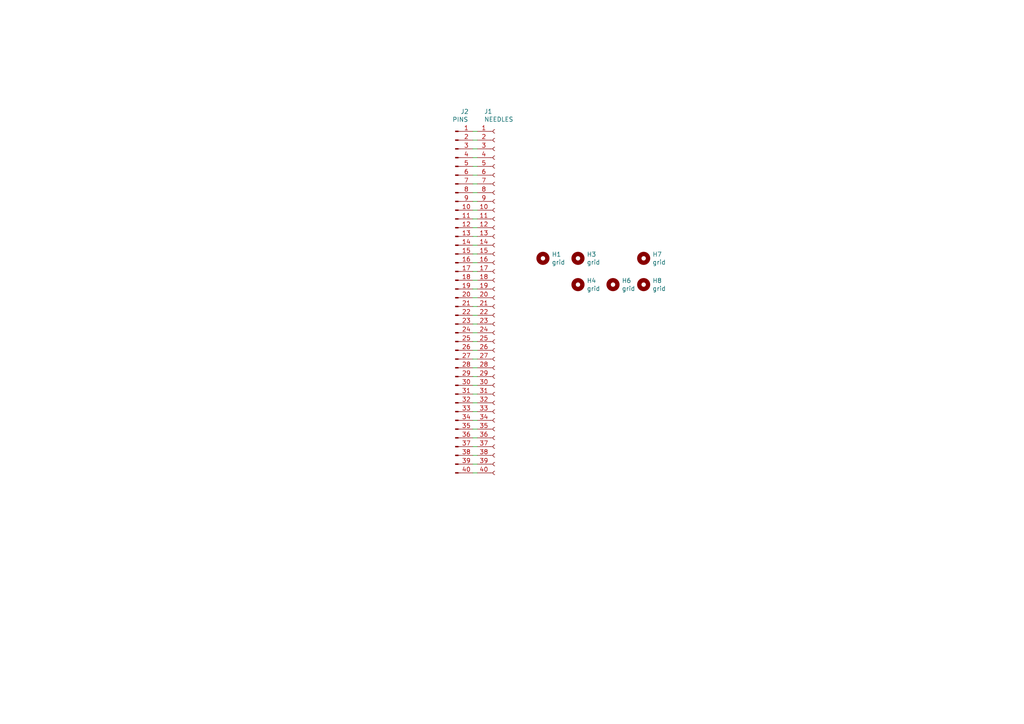
<source format=kicad_sch>
(kicad_sch (version 20201015) (generator eeschema)
  (paper "A4")
  (lib_symbols
    (symbol "Connector:Conn_01x40_Female" (pin_names (offset 1.016) hide)
      (property "Reference" "J" (at 0 50.8 0))
      (property "Value" "Conn_01x40_Female" (at 0 -53.34 0))
      (symbol "Conn_01x40_Female_1_1"
        (arc (start 0 -50.292) (end 0 -51.308) (radius (at 0 -50.8) (length 0.508) (angles 90.1 -90.1)) (stroke (width 0.1524)))
        (arc (start 0 -47.752) (end 0 -48.768) (radius (at 0 -48.26) (length 0.508) (angles 90.1 -90.1)) (stroke (width 0.1524)))
        (arc (start 0 -45.212) (end 0 -46.228) (radius (at 0 -45.72) (length 0.508) (angles 90.1 -90.1)) (stroke (width 0.1524)))
        (arc (start 0 -42.672) (end 0 -43.688) (radius (at 0 -43.18) (length 0.508) (angles 90.1 -90.1)) (stroke (width 0.1524)))
        (arc (start 0 -40.132) (end 0 -41.148) (radius (at 0 -40.64) (length 0.508) (angles 90.1 -90.1)) (stroke (width 0.1524)))
        (arc (start 0 -37.592) (end 0 -38.608) (radius (at 0 -38.1) (length 0.508) (angles 90.1 -90.1)) (stroke (width 0.1524)))
        (arc (start 0 -35.052) (end 0 -36.068) (radius (at 0 -35.56) (length 0.508) (angles 90.1 -90.1)) (stroke (width 0.1524)))
        (arc (start 0 -32.512) (end 0 -33.528) (radius (at 0 -33.02) (length 0.508) (angles 90.1 -90.1)) (stroke (width 0.1524)))
        (arc (start 0 -29.972) (end 0 -30.988) (radius (at 0 -30.48) (length 0.508) (angles 90.1 -90.1)) (stroke (width 0.1524)))
        (arc (start 0 -27.432) (end 0 -28.448) (radius (at 0 -27.94) (length 0.508) (angles 90.1 -90.1)) (stroke (width 0.1524)))
        (arc (start 0 -24.892) (end 0 -25.908) (radius (at 0 -25.4) (length 0.508) (angles 90.1 -90.1)) (stroke (width 0.1524)))
        (arc (start 0 -22.352) (end 0 -23.368) (radius (at 0 -22.86) (length 0.508) (angles 90.1 -90.1)) (stroke (width 0.1524)))
        (arc (start 0 -19.812) (end 0 -20.828) (radius (at 0 -20.32) (length 0.508) (angles 90.1 -90.1)) (stroke (width 0.1524)))
        (arc (start 0 -17.272) (end 0 -18.288) (radius (at 0 -17.78) (length 0.508) (angles 90.1 -90.1)) (stroke (width 0.1524)))
        (arc (start 0 -14.732) (end 0 -15.748) (radius (at 0 -15.24) (length 0.508) (angles 90.1 -90.1)) (stroke (width 0.1524)))
        (arc (start 0 -12.192) (end 0 -13.208) (radius (at 0 -12.7) (length 0.508) (angles 90.1 -90.1)) (stroke (width 0.1524)))
        (arc (start 0 -9.652) (end 0 -10.668) (radius (at 0 -10.16) (length 0.508) (angles 90.1 -90.1)) (stroke (width 0.1524)))
        (arc (start 0 -7.112) (end 0 -8.128) (radius (at 0 -7.62) (length 0.508) (angles 90.1 -90.1)) (stroke (width 0.1524)))
        (arc (start 0 -4.572) (end 0 -5.588) (radius (at 0 -5.08) (length 0.508) (angles 90.1 -90.1)) (stroke (width 0.1524)))
        (arc (start 0 -2.032) (end 0 -3.048) (radius (at 0 -2.54) (length 0.508) (angles 90.1 -90.1)) (stroke (width 0.1524)))
        (arc (start 0 0.508) (end 0 -0.508) (radius (at 0 0) (length 0.508) (angles 90.1 -90.1)) (stroke (width 0.1524)))
        (arc (start 0 3.048) (end 0 2.032) (radius (at 0 2.54) (length 0.508) (angles 90.1 -90.1)) (stroke (width 0.1524)))
        (arc (start 0 5.588) (end 0 4.572) (radius (at 0 5.08) (length 0.508) (angles 90.1 -90.1)) (stroke (width 0.1524)))
        (arc (start 0 8.128) (end 0 7.112) (radius (at 0 7.62) (length 0.508) (angles 90.1 -90.1)) (stroke (width 0.1524)))
        (arc (start 0 10.668) (end 0 9.652) (radius (at 0 10.16) (length 0.508) (angles 90.1 -90.1)) (stroke (width 0.1524)))
        (arc (start 0 13.208) (end 0 12.192) (radius (at 0 12.7) (length 0.508) (angles 90.1 -90.1)) (stroke (width 0.1524)))
        (arc (start 0 15.748) (end 0 14.732) (radius (at 0 15.24) (length 0.508) (angles 90.1 -90.1)) (stroke (width 0.1524)))
        (arc (start 0 18.288) (end 0 17.272) (radius (at 0 17.78) (length 0.508) (angles 90.1 -90.1)) (stroke (width 0.1524)))
        (arc (start 0 20.828) (end 0 19.812) (radius (at 0 20.32) (length 0.508) (angles 90.1 -90.1)) (stroke (width 0.1524)))
        (arc (start 0 23.368) (end 0 22.352) (radius (at 0 22.86) (length 0.508) (angles 90.1 -90.1)) (stroke (width 0.1524)))
        (arc (start 0 25.908) (end 0 24.892) (radius (at 0 25.4) (length 0.508) (angles 90.1 -90.1)) (stroke (width 0.1524)))
        (arc (start 0 28.448) (end 0 27.432) (radius (at 0 27.94) (length 0.508) (angles 90.1 -90.1)) (stroke (width 0.1524)))
        (arc (start 0 30.988) (end 0 29.972) (radius (at 0 30.48) (length 0.508) (angles 90.1 -90.1)) (stroke (width 0.1524)))
        (arc (start 0 33.528) (end 0 32.512) (radius (at 0 33.02) (length 0.508) (angles 90.1 -90.1)) (stroke (width 0.1524)))
        (arc (start 0 36.068) (end 0 35.052) (radius (at 0 35.56) (length 0.508) (angles 90.1 -90.1)) (stroke (width 0.1524)))
        (arc (start 0 38.608) (end 0 37.592) (radius (at 0 38.1) (length 0.508) (angles 90.1 -90.1)) (stroke (width 0.1524)))
        (arc (start 0 41.148) (end 0 40.132) (radius (at 0 40.64) (length 0.508) (angles 90.1 -90.1)) (stroke (width 0.1524)))
        (arc (start 0 43.688) (end 0 42.672) (radius (at 0 43.18) (length 0.508) (angles 90.1 -90.1)) (stroke (width 0.1524)))
        (arc (start 0 46.228) (end 0 45.212) (radius (at 0 45.72) (length 0.508) (angles 90.1 -90.1)) (stroke (width 0.1524)))
        (arc (start 0 48.768) (end 0 47.752) (radius (at 0 48.26) (length 0.508) (angles 90.1 -90.1)) (stroke (width 0.1524)))
        (polyline (pts (xy -1.27 -50.8) (xy -0.508 -50.8)) (stroke (width 0.1524)))
        (polyline (pts (xy -1.27 -48.26) (xy -0.508 -48.26)) (stroke (width 0.1524)))
        (polyline (pts (xy -1.27 -45.72) (xy -0.508 -45.72)) (stroke (width 0.1524)))
        (polyline (pts (xy -1.27 -43.18) (xy -0.508 -43.18)) (stroke (width 0.1524)))
        (polyline (pts (xy -1.27 -40.64) (xy -0.508 -40.64)) (stroke (width 0.1524)))
        (polyline (pts (xy -1.27 -38.1) (xy -0.508 -38.1)) (stroke (width 0.1524)))
        (polyline (pts (xy -1.27 -35.56) (xy -0.508 -35.56)) (stroke (width 0.1524)))
        (polyline (pts (xy -1.27 -33.02) (xy -0.508 -33.02)) (stroke (width 0.1524)))
        (polyline (pts (xy -1.27 -30.48) (xy -0.508 -30.48)) (stroke (width 0.1524)))
        (polyline (pts (xy -1.27 -27.94) (xy -0.508 -27.94)) (stroke (width 0.1524)))
        (polyline (pts (xy -1.27 -25.4) (xy -0.508 -25.4)) (stroke (width 0.1524)))
        (polyline (pts (xy -1.27 -22.86) (xy -0.508 -22.86)) (stroke (width 0.1524)))
        (polyline (pts (xy -1.27 -20.32) (xy -0.508 -20.32)) (stroke (width 0.1524)))
        (polyline (pts (xy -1.27 -17.78) (xy -0.508 -17.78)) (stroke (width 0.1524)))
        (polyline (pts (xy -1.27 -15.24) (xy -0.508 -15.24)) (stroke (width 0.1524)))
        (polyline (pts (xy -1.27 -12.7) (xy -0.508 -12.7)) (stroke (width 0.1524)))
        (polyline (pts (xy -1.27 -10.16) (xy -0.508 -10.16)) (stroke (width 0.1524)))
        (polyline (pts (xy -1.27 -7.62) (xy -0.508 -7.62)) (stroke (width 0.1524)))
        (polyline (pts (xy -1.27 -5.08) (xy -0.508 -5.08)) (stroke (width 0.1524)))
        (polyline (pts (xy -1.27 -2.54) (xy -0.508 -2.54)) (stroke (width 0.1524)))
        (polyline (pts (xy -1.27 0) (xy -0.508 0)) (stroke (width 0.1524)))
        (polyline (pts (xy -1.27 2.54) (xy -0.508 2.54)) (stroke (width 0.1524)))
        (polyline (pts (xy -1.27 5.08) (xy -0.508 5.08)) (stroke (width 0.1524)))
        (polyline (pts (xy -1.27 7.62) (xy -0.508 7.62)) (stroke (width 0.1524)))
        (polyline (pts (xy -1.27 10.16) (xy -0.508 10.16)) (stroke (width 0.1524)))
        (polyline (pts (xy -1.27 12.7) (xy -0.508 12.7)) (stroke (width 0.1524)))
        (polyline (pts (xy -1.27 15.24) (xy -0.508 15.24)) (stroke (width 0.1524)))
        (polyline (pts (xy -1.27 17.78) (xy -0.508 17.78)) (stroke (width 0.1524)))
        (polyline (pts (xy -1.27 20.32) (xy -0.508 20.32)) (stroke (width 0.1524)))
        (polyline (pts (xy -1.27 22.86) (xy -0.508 22.86)) (stroke (width 0.1524)))
        (polyline (pts (xy -1.27 25.4) (xy -0.508 25.4)) (stroke (width 0.1524)))
        (polyline (pts (xy -1.27 27.94) (xy -0.508 27.94)) (stroke (width 0.1524)))
        (polyline (pts (xy -1.27 30.48) (xy -0.508 30.48)) (stroke (width 0.1524)))
        (polyline (pts (xy -1.27 33.02) (xy -0.508 33.02)) (stroke (width 0.1524)))
        (polyline (pts (xy -1.27 35.56) (xy -0.508 35.56)) (stroke (width 0.1524)))
        (polyline (pts (xy -1.27 38.1) (xy -0.508 38.1)) (stroke (width 0.1524)))
        (polyline (pts (xy -1.27 40.64) (xy -0.508 40.64)) (stroke (width 0.1524)))
        (polyline (pts (xy -1.27 43.18) (xy -0.508 43.18)) (stroke (width 0.1524)))
        (polyline (pts (xy -1.27 45.72) (xy -0.508 45.72)) (stroke (width 0.1524)))
        (polyline (pts (xy -1.27 48.26) (xy -0.508 48.26)) (stroke (width 0.1524)))
        (pin passive line (at -5.08 48.26 0) (length 3.81) (name "Pin_1") (number "1"))
        (pin passive line (at -5.08 25.4 0) (length 3.81) (name "Pin_10") (number "10"))
        (pin passive line (at -5.08 22.86 0) (length 3.81) (name "Pin_11") (number "11"))
        (pin passive line (at -5.08 20.32 0) (length 3.81) (name "Pin_12") (number "12"))
        (pin passive line (at -5.08 17.78 0) (length 3.81) (name "Pin_13") (number "13"))
        (pin passive line (at -5.08 15.24 0) (length 3.81) (name "Pin_14") (number "14"))
        (pin passive line (at -5.08 12.7 0) (length 3.81) (name "Pin_15") (number "15"))
        (pin passive line (at -5.08 10.16 0) (length 3.81) (name "Pin_16") (number "16"))
        (pin passive line (at -5.08 7.62 0) (length 3.81) (name "Pin_17") (number "17"))
        (pin passive line (at -5.08 5.08 0) (length 3.81) (name "Pin_18") (number "18"))
        (pin passive line (at -5.08 2.54 0) (length 3.81) (name "Pin_19") (number "19"))
        (pin passive line (at -5.08 45.72 0) (length 3.81) (name "Pin_2") (number "2"))
        (pin passive line (at -5.08 0 0) (length 3.81) (name "Pin_20") (number "20"))
        (pin passive line (at -5.08 -2.54 0) (length 3.81) (name "Pin_21") (number "21"))
        (pin passive line (at -5.08 -5.08 0) (length 3.81) (name "Pin_22") (number "22"))
        (pin passive line (at -5.08 -7.62 0) (length 3.81) (name "Pin_23") (number "23"))
        (pin passive line (at -5.08 -10.16 0) (length 3.81) (name "Pin_24") (number "24"))
        (pin passive line (at -5.08 -12.7 0) (length 3.81) (name "Pin_25") (number "25"))
        (pin passive line (at -5.08 -15.24 0) (length 3.81) (name "Pin_26") (number "26"))
        (pin passive line (at -5.08 -17.78 0) (length 3.81) (name "Pin_27") (number "27"))
        (pin passive line (at -5.08 -20.32 0) (length 3.81) (name "Pin_28") (number "28"))
        (pin passive line (at -5.08 -22.86 0) (length 3.81) (name "Pin_29") (number "29"))
        (pin passive line (at -5.08 43.18 0) (length 3.81) (name "Pin_3") (number "3"))
        (pin passive line (at -5.08 -25.4 0) (length 3.81) (name "Pin_30") (number "30"))
        (pin passive line (at -5.08 -27.94 0) (length 3.81) (name "Pin_31") (number "31"))
        (pin passive line (at -5.08 -30.48 0) (length 3.81) (name "Pin_32") (number "32"))
        (pin passive line (at -5.08 -33.02 0) (length 3.81) (name "Pin_33") (number "33"))
        (pin passive line (at -5.08 -35.56 0) (length 3.81) (name "Pin_34") (number "34"))
        (pin passive line (at -5.08 -38.1 0) (length 3.81) (name "Pin_35") (number "35"))
        (pin passive line (at -5.08 -40.64 0) (length 3.81) (name "Pin_36") (number "36"))
        (pin passive line (at -5.08 -43.18 0) (length 3.81) (name "Pin_37") (number "37"))
        (pin passive line (at -5.08 -45.72 0) (length 3.81) (name "Pin_38") (number "38"))
        (pin passive line (at -5.08 -48.26 0) (length 3.81) (name "Pin_39") (number "39"))
        (pin passive line (at -5.08 40.64 0) (length 3.81) (name "Pin_4") (number "4"))
        (pin passive line (at -5.08 -50.8 0) (length 3.81) (name "Pin_40") (number "40"))
        (pin passive line (at -5.08 38.1 0) (length 3.81) (name "Pin_5") (number "5"))
        (pin passive line (at -5.08 35.56 0) (length 3.81) (name "Pin_6") (number "6"))
        (pin passive line (at -5.08 33.02 0) (length 3.81) (name "Pin_7") (number "7"))
        (pin passive line (at -5.08 30.48 0) (length 3.81) (name "Pin_8") (number "8"))
        (pin passive line (at -5.08 27.94 0) (length 3.81) (name "Pin_9") (number "9"))
      )
    )
    (symbol "Connector:Conn_01x40_Male" (pin_names (offset 1.016) hide)
      (property "Reference" "J" (at 0 50.8 0))
      (property "Value" "Conn_01x40_Male" (at 0 -53.34 0))
      (symbol "Conn_01x40_Male_1_1"
        (rectangle (start 0.8636 -50.673) (end 0 -50.927) (stroke (width 0.1524)) (fill (type outline)))
        (rectangle (start 0.8636 -48.133) (end 0 -48.387) (stroke (width 0.1524)) (fill (type outline)))
        (rectangle (start 0.8636 -45.593) (end 0 -45.847) (stroke (width 0.1524)) (fill (type outline)))
        (rectangle (start 0.8636 -43.053) (end 0 -43.307) (stroke (width 0.1524)) (fill (type outline)))
        (rectangle (start 0.8636 -40.513) (end 0 -40.767) (stroke (width 0.1524)) (fill (type outline)))
        (rectangle (start 0.8636 -37.973) (end 0 -38.227) (stroke (width 0.1524)) (fill (type outline)))
        (rectangle (start 0.8636 -35.433) (end 0 -35.687) (stroke (width 0.1524)) (fill (type outline)))
        (rectangle (start 0.8636 -32.893) (end 0 -33.147) (stroke (width 0.1524)) (fill (type outline)))
        (rectangle (start 0.8636 -30.353) (end 0 -30.607) (stroke (width 0.1524)) (fill (type outline)))
        (rectangle (start 0.8636 -27.813) (end 0 -28.067) (stroke (width 0.1524)) (fill (type outline)))
        (rectangle (start 0.8636 -25.273) (end 0 -25.527) (stroke (width 0.1524)) (fill (type outline)))
        (rectangle (start 0.8636 -22.733) (end 0 -22.987) (stroke (width 0.1524)) (fill (type outline)))
        (rectangle (start 0.8636 -20.193) (end 0 -20.447) (stroke (width 0.1524)) (fill (type outline)))
        (rectangle (start 0.8636 -17.653) (end 0 -17.907) (stroke (width 0.1524)) (fill (type outline)))
        (rectangle (start 0.8636 -15.113) (end 0 -15.367) (stroke (width 0.1524)) (fill (type outline)))
        (rectangle (start 0.8636 -12.573) (end 0 -12.827) (stroke (width 0.1524)) (fill (type outline)))
        (rectangle (start 0.8636 -10.033) (end 0 -10.287) (stroke (width 0.1524)) (fill (type outline)))
        (rectangle (start 0.8636 -7.493) (end 0 -7.747) (stroke (width 0.1524)) (fill (type outline)))
        (rectangle (start 0.8636 -4.953) (end 0 -5.207) (stroke (width 0.1524)) (fill (type outline)))
        (rectangle (start 0.8636 -2.413) (end 0 -2.667) (stroke (width 0.1524)) (fill (type outline)))
        (rectangle (start 0.8636 0.127) (end 0 -0.127) (stroke (width 0.1524)) (fill (type outline)))
        (rectangle (start 0.8636 2.667) (end 0 2.413) (stroke (width 0.1524)) (fill (type outline)))
        (rectangle (start 0.8636 5.207) (end 0 4.953) (stroke (width 0.1524)) (fill (type outline)))
        (rectangle (start 0.8636 7.747) (end 0 7.493) (stroke (width 0.1524)) (fill (type outline)))
        (rectangle (start 0.8636 10.287) (end 0 10.033) (stroke (width 0.1524)) (fill (type outline)))
        (rectangle (start 0.8636 12.827) (end 0 12.573) (stroke (width 0.1524)) (fill (type outline)))
        (rectangle (start 0.8636 15.367) (end 0 15.113) (stroke (width 0.1524)) (fill (type outline)))
        (rectangle (start 0.8636 17.907) (end 0 17.653) (stroke (width 0.1524)) (fill (type outline)))
        (rectangle (start 0.8636 20.447) (end 0 20.193) (stroke (width 0.1524)) (fill (type outline)))
        (rectangle (start 0.8636 22.987) (end 0 22.733) (stroke (width 0.1524)) (fill (type outline)))
        (rectangle (start 0.8636 25.527) (end 0 25.273) (stroke (width 0.1524)) (fill (type outline)))
        (rectangle (start 0.8636 28.067) (end 0 27.813) (stroke (width 0.1524)) (fill (type outline)))
        (rectangle (start 0.8636 30.607) (end 0 30.353) (stroke (width 0.1524)) (fill (type outline)))
        (rectangle (start 0.8636 33.147) (end 0 32.893) (stroke (width 0.1524)) (fill (type outline)))
        (rectangle (start 0.8636 35.687) (end 0 35.433) (stroke (width 0.1524)) (fill (type outline)))
        (rectangle (start 0.8636 38.227) (end 0 37.973) (stroke (width 0.1524)) (fill (type outline)))
        (rectangle (start 0.8636 40.767) (end 0 40.513) (stroke (width 0.1524)) (fill (type outline)))
        (rectangle (start 0.8636 43.307) (end 0 43.053) (stroke (width 0.1524)) (fill (type outline)))
        (rectangle (start 0.8636 45.847) (end 0 45.593) (stroke (width 0.1524)) (fill (type outline)))
        (rectangle (start 0.8636 48.387) (end 0 48.133) (stroke (width 0.1524)) (fill (type outline)))
        (polyline (pts (xy 1.27 -50.8) (xy 0.8636 -50.8)) (stroke (width 0.1524)))
        (polyline (pts (xy 1.27 -48.26) (xy 0.8636 -48.26)) (stroke (width 0.1524)))
        (polyline (pts (xy 1.27 -45.72) (xy 0.8636 -45.72)) (stroke (width 0.1524)))
        (polyline (pts (xy 1.27 -43.18) (xy 0.8636 -43.18)) (stroke (width 0.1524)))
        (polyline (pts (xy 1.27 -40.64) (xy 0.8636 -40.64)) (stroke (width 0.1524)))
        (polyline (pts (xy 1.27 -38.1) (xy 0.8636 -38.1)) (stroke (width 0.1524)))
        (polyline (pts (xy 1.27 -35.56) (xy 0.8636 -35.56)) (stroke (width 0.1524)))
        (polyline (pts (xy 1.27 -33.02) (xy 0.8636 -33.02)) (stroke (width 0.1524)))
        (polyline (pts (xy 1.27 -30.48) (xy 0.8636 -30.48)) (stroke (width 0.1524)))
        (polyline (pts (xy 1.27 -27.94) (xy 0.8636 -27.94)) (stroke (width 0.1524)))
        (polyline (pts (xy 1.27 -25.4) (xy 0.8636 -25.4)) (stroke (width 0.1524)))
        (polyline (pts (xy 1.27 -22.86) (xy 0.8636 -22.86)) (stroke (width 0.1524)))
        (polyline (pts (xy 1.27 -20.32) (xy 0.8636 -20.32)) (stroke (width 0.1524)))
        (polyline (pts (xy 1.27 -17.78) (xy 0.8636 -17.78)) (stroke (width 0.1524)))
        (polyline (pts (xy 1.27 -15.24) (xy 0.8636 -15.24)) (stroke (width 0.1524)))
        (polyline (pts (xy 1.27 -12.7) (xy 0.8636 -12.7)) (stroke (width 0.1524)))
        (polyline (pts (xy 1.27 -10.16) (xy 0.8636 -10.16)) (stroke (width 0.1524)))
        (polyline (pts (xy 1.27 -7.62) (xy 0.8636 -7.62)) (stroke (width 0.1524)))
        (polyline (pts (xy 1.27 -5.08) (xy 0.8636 -5.08)) (stroke (width 0.1524)))
        (polyline (pts (xy 1.27 -2.54) (xy 0.8636 -2.54)) (stroke (width 0.1524)))
        (polyline (pts (xy 1.27 0) (xy 0.8636 0)) (stroke (width 0.1524)))
        (polyline (pts (xy 1.27 2.54) (xy 0.8636 2.54)) (stroke (width 0.1524)))
        (polyline (pts (xy 1.27 5.08) (xy 0.8636 5.08)) (stroke (width 0.1524)))
        (polyline (pts (xy 1.27 7.62) (xy 0.8636 7.62)) (stroke (width 0.1524)))
        (polyline (pts (xy 1.27 10.16) (xy 0.8636 10.16)) (stroke (width 0.1524)))
        (polyline (pts (xy 1.27 12.7) (xy 0.8636 12.7)) (stroke (width 0.1524)))
        (polyline (pts (xy 1.27 15.24) (xy 0.8636 15.24)) (stroke (width 0.1524)))
        (polyline (pts (xy 1.27 17.78) (xy 0.8636 17.78)) (stroke (width 0.1524)))
        (polyline (pts (xy 1.27 20.32) (xy 0.8636 20.32)) (stroke (width 0.1524)))
        (polyline (pts (xy 1.27 22.86) (xy 0.8636 22.86)) (stroke (width 0.1524)))
        (polyline (pts (xy 1.27 25.4) (xy 0.8636 25.4)) (stroke (width 0.1524)))
        (polyline (pts (xy 1.27 27.94) (xy 0.8636 27.94)) (stroke (width 0.1524)))
        (polyline (pts (xy 1.27 30.48) (xy 0.8636 30.48)) (stroke (width 0.1524)))
        (polyline (pts (xy 1.27 33.02) (xy 0.8636 33.02)) (stroke (width 0.1524)))
        (polyline (pts (xy 1.27 35.56) (xy 0.8636 35.56)) (stroke (width 0.1524)))
        (polyline (pts (xy 1.27 38.1) (xy 0.8636 38.1)) (stroke (width 0.1524)))
        (polyline (pts (xy 1.27 40.64) (xy 0.8636 40.64)) (stroke (width 0.1524)))
        (polyline (pts (xy 1.27 43.18) (xy 0.8636 43.18)) (stroke (width 0.1524)))
        (polyline (pts (xy 1.27 45.72) (xy 0.8636 45.72)) (stroke (width 0.1524)))
        (polyline (pts (xy 1.27 48.26) (xy 0.8636 48.26)) (stroke (width 0.1524)))
        (pin passive line (at 5.08 48.26 180) (length 3.81) (name "Pin_1") (number "1"))
        (pin passive line (at 5.08 25.4 180) (length 3.81) (name "Pin_10") (number "10"))
        (pin passive line (at 5.08 22.86 180) (length 3.81) (name "Pin_11") (number "11"))
        (pin passive line (at 5.08 20.32 180) (length 3.81) (name "Pin_12") (number "12"))
        (pin passive line (at 5.08 17.78 180) (length 3.81) (name "Pin_13") (number "13"))
        (pin passive line (at 5.08 15.24 180) (length 3.81) (name "Pin_14") (number "14"))
        (pin passive line (at 5.08 12.7 180) (length 3.81) (name "Pin_15") (number "15"))
        (pin passive line (at 5.08 10.16 180) (length 3.81) (name "Pin_16") (number "16"))
        (pin passive line (at 5.08 7.62 180) (length 3.81) (name "Pin_17") (number "17"))
        (pin passive line (at 5.08 5.08 180) (length 3.81) (name "Pin_18") (number "18"))
        (pin passive line (at 5.08 2.54 180) (length 3.81) (name "Pin_19") (number "19"))
        (pin passive line (at 5.08 45.72 180) (length 3.81) (name "Pin_2") (number "2"))
        (pin passive line (at 5.08 0 180) (length 3.81) (name "Pin_20") (number "20"))
        (pin passive line (at 5.08 -2.54 180) (length 3.81) (name "Pin_21") (number "21"))
        (pin passive line (at 5.08 -5.08 180) (length 3.81) (name "Pin_22") (number "22"))
        (pin passive line (at 5.08 -7.62 180) (length 3.81) (name "Pin_23") (number "23"))
        (pin passive line (at 5.08 -10.16 180) (length 3.81) (name "Pin_24") (number "24"))
        (pin passive line (at 5.08 -12.7 180) (length 3.81) (name "Pin_25") (number "25"))
        (pin passive line (at 5.08 -15.24 180) (length 3.81) (name "Pin_26") (number "26"))
        (pin passive line (at 5.08 -17.78 180) (length 3.81) (name "Pin_27") (number "27"))
        (pin passive line (at 5.08 -20.32 180) (length 3.81) (name "Pin_28") (number "28"))
        (pin passive line (at 5.08 -22.86 180) (length 3.81) (name "Pin_29") (number "29"))
        (pin passive line (at 5.08 43.18 180) (length 3.81) (name "Pin_3") (number "3"))
        (pin passive line (at 5.08 -25.4 180) (length 3.81) (name "Pin_30") (number "30"))
        (pin passive line (at 5.08 -27.94 180) (length 3.81) (name "Pin_31") (number "31"))
        (pin passive line (at 5.08 -30.48 180) (length 3.81) (name "Pin_32") (number "32"))
        (pin passive line (at 5.08 -33.02 180) (length 3.81) (name "Pin_33") (number "33"))
        (pin passive line (at 5.08 -35.56 180) (length 3.81) (name "Pin_34") (number "34"))
        (pin passive line (at 5.08 -38.1 180) (length 3.81) (name "Pin_35") (number "35"))
        (pin passive line (at 5.08 -40.64 180) (length 3.81) (name "Pin_36") (number "36"))
        (pin passive line (at 5.08 -43.18 180) (length 3.81) (name "Pin_37") (number "37"))
        (pin passive line (at 5.08 -45.72 180) (length 3.81) (name "Pin_38") (number "38"))
        (pin passive line (at 5.08 -48.26 180) (length 3.81) (name "Pin_39") (number "39"))
        (pin passive line (at 5.08 40.64 180) (length 3.81) (name "Pin_4") (number "4"))
        (pin passive line (at 5.08 -50.8 180) (length 3.81) (name "Pin_40") (number "40"))
        (pin passive line (at 5.08 38.1 180) (length 3.81) (name "Pin_5") (number "5"))
        (pin passive line (at 5.08 35.56 180) (length 3.81) (name "Pin_6") (number "6"))
        (pin passive line (at 5.08 33.02 180) (length 3.81) (name "Pin_7") (number "7"))
        (pin passive line (at 5.08 30.48 180) (length 3.81) (name "Pin_8") (number "8"))
        (pin passive line (at 5.08 27.94 180) (length 3.81) (name "Pin_9") (number "9"))
      )
    )
    (symbol "Mechanical:MountingHole" (pin_names (offset 1.016))
      (property "Reference" "H" (at 0 5.08 0))
      (property "Value" "MountingHole" (at 0 3.175 0))
      (symbol "MountingHole_0_1"
        (circle (center 0 0) (radius 1.27) (stroke (width 1.27)))
      )
    )
  )
  (wire (pts (xy 137.16 38.1) (xy 138.43 38.1)))
  (wire (pts (xy 137.16 40.64) (xy 138.43 40.64)))
  (wire (pts (xy 137.16 43.18) (xy 138.43 43.18)))
  (wire (pts (xy 137.16 45.72) (xy 138.43 45.72)))
  (wire (pts (xy 137.16 48.26) (xy 138.43 48.26)))
  (wire (pts (xy 137.16 50.8) (xy 138.43 50.8)))
  (wire (pts (xy 137.16 53.34) (xy 138.43 53.34)))
  (wire (pts (xy 137.16 55.88) (xy 138.43 55.88)))
  (wire (pts (xy 137.16 58.42) (xy 138.43 58.42)))
  (wire (pts (xy 137.16 60.96) (xy 138.43 60.96)))
  (wire (pts (xy 137.16 63.5) (xy 138.43 63.5)))
  (wire (pts (xy 137.16 66.04) (xy 138.43 66.04)))
  (wire (pts (xy 137.16 68.58) (xy 138.43 68.58)))
  (wire (pts (xy 137.16 71.12) (xy 138.43 71.12)))
  (wire (pts (xy 137.16 73.66) (xy 138.43 73.66)))
  (wire (pts (xy 137.16 76.2) (xy 138.43 76.2)))
  (wire (pts (xy 137.16 78.74) (xy 138.43 78.74)))
  (wire (pts (xy 137.16 81.28) (xy 138.43 81.28)))
  (wire (pts (xy 137.16 83.82) (xy 138.43 83.82)))
  (wire (pts (xy 137.16 86.36) (xy 138.43 86.36)))
  (wire (pts (xy 137.16 88.9) (xy 138.43 88.9)))
  (wire (pts (xy 137.16 91.44) (xy 138.43 91.44)))
  (wire (pts (xy 137.16 93.98) (xy 138.43 93.98)))
  (wire (pts (xy 137.16 96.52) (xy 138.43 96.52)))
  (wire (pts (xy 137.16 99.06) (xy 138.43 99.06)))
  (wire (pts (xy 137.16 101.6) (xy 138.43 101.6)))
  (wire (pts (xy 137.16 104.14) (xy 138.43 104.14)))
  (wire (pts (xy 137.16 106.68) (xy 138.43 106.68)))
  (wire (pts (xy 137.16 109.22) (xy 138.43 109.22)))
  (wire (pts (xy 137.16 111.76) (xy 138.43 111.76)))
  (wire (pts (xy 137.16 114.3) (xy 138.43 114.3)))
  (wire (pts (xy 137.16 116.84) (xy 138.43 116.84)))
  (wire (pts (xy 137.16 119.38) (xy 138.43 119.38)))
  (wire (pts (xy 137.16 121.92) (xy 138.43 121.92)))
  (wire (pts (xy 137.16 124.46) (xy 138.43 124.46)))
  (wire (pts (xy 137.16 127) (xy 138.43 127)))
  (wire (pts (xy 137.16 129.54) (xy 138.43 129.54)))
  (wire (pts (xy 137.16 132.08) (xy 138.43 132.08)))
  (wire (pts (xy 137.16 134.62) (xy 138.43 134.62)))
  (wire (pts (xy 137.16 137.16) (xy 138.43 137.16)))
  (symbol (lib_id "Mechanical:MountingHole") (at 157.48 74.93 0) (unit 1)
    (property "Reference" "H1" (at 160.0201 73.7806 0) (effects (justify left)))
    (property "Value" "grid" (at 160.02 76.079 0) (effects (justify left)))
    (property "Footprint" "MountingHole:MountingHole_4.3mm_M4_Pad_Via" (effects hide))
  )
  (symbol (lib_id "Mechanical:MountingHole") (at 167.64 74.93 0) (unit 1)
    (property "Reference" "H3" (at 170.1801 73.7806 0) (effects (justify left)))
    (property "Value" "grid" (at 170.18 76.079 0) (effects (justify left)))
    (property "Footprint" "MountingHole:MountingHole_4.3mm_M4_Pad_Via" (effects hide))
  )
  (symbol (lib_id "Mechanical:MountingHole") (at 167.64 82.55 0) (unit 1)
    (property "Reference" "H4" (at 170.1801 81.4006 0) (effects (justify left)))
    (property "Value" "grid" (at 170.18 83.699 0) (effects (justify left)))
    (property "Footprint" "MountingHole:MountingHole_4.3mm_M4_Pad_Via" (effects hide))
  )
  (symbol (lib_id "Mechanical:MountingHole") (at 177.8 82.55 0) (unit 1)
    (property "Reference" "H6" (at 180.3401 81.4006 0) (effects (justify left)))
    (property "Value" "grid" (at 180.34 83.699 0) (effects (justify left)))
    (property "Footprint" "MountingHole:MountingHole_4.3mm_M4_Pad_Via" (effects hide))
  )
  (symbol (lib_id "Mechanical:MountingHole") (at 186.69 74.93 0) (unit 1)
    (property "Reference" "H7" (at 189.2301 73.7806 0) (effects (justify left)))
    (property "Value" "grid" (at 189.23 76.079 0) (effects (justify left)))
    (property "Footprint" "MountingHole:MountingHole_4.3mm_M4_Pad_Via" (effects hide))
  )
  (symbol (lib_id "Mechanical:MountingHole") (at 186.69 82.55 0) (unit 1)
    (property "Reference" "H8" (at 189.2301 81.4006 0) (effects (justify left)))
    (property "Value" "grid" (at 189.23 83.699 0) (effects (justify left)))
    (property "Footprint" "MountingHole:MountingHole_4.3mm_M4_Pad_Via" (effects hide))
  )
  (symbol (lib_id "Connector:Conn_01x40_Male") (at 132.08 86.36 0) (unit 1)
    (property "Reference" "J2" (at 134.7724 32.3658 0))
    (property "Value" "PINS" (at 133.502 34.665 0))
    (property "Footprint" "Connector_IDC:IDC-Header_2x20_P2.54mm_Latch_Vertical" (effects hide))
  )
  (symbol (lib_id "Connector:Conn_01x40_Female") (at 143.51 86.36 0) (unit 1)
    (property "Reference" "J1" (at 140.411 32.328 0) (effects (justify left)))
    (property "Value" "NEEDLES" (at 140.411 34.627 0) (effects (justify left)))
    (property "Footprint" "simpleprobecard:Pin" (effects hide))
  )
)
</source>
